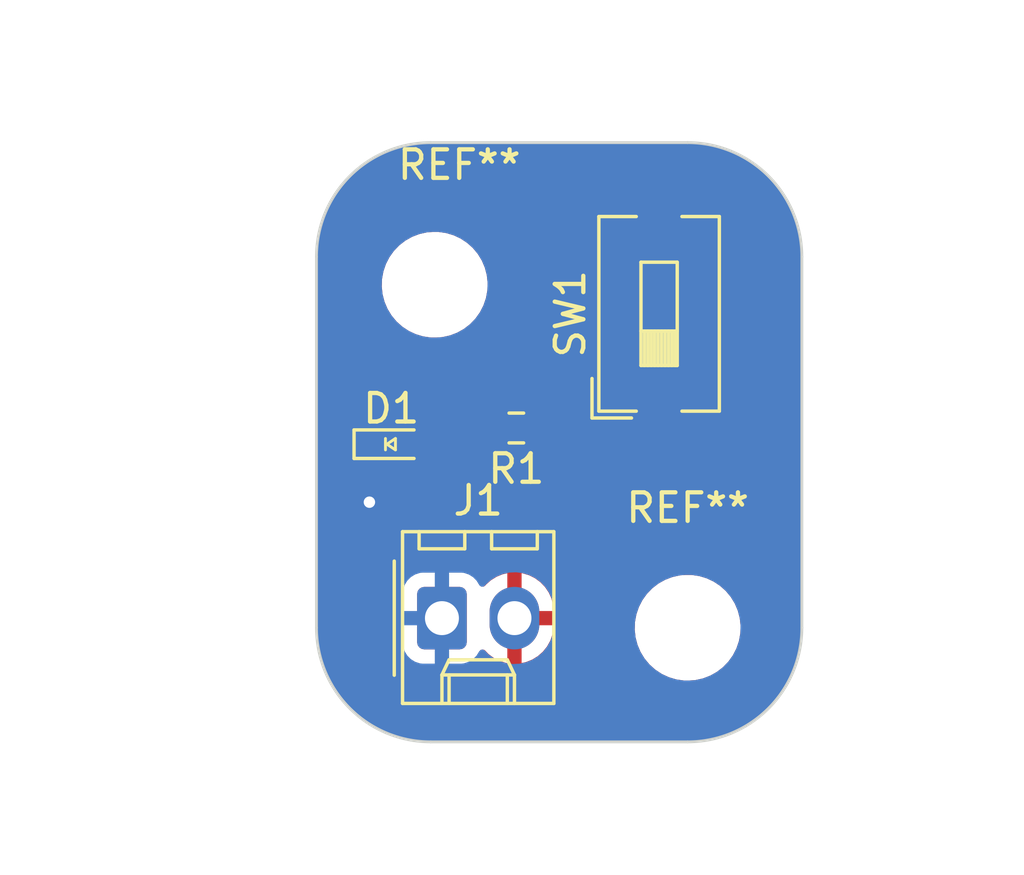
<source format=kicad_pcb>
(kicad_pcb (version 20221018) (generator pcbnew)
  (title_block (title "LED Project") (date "2022-08-16") (rev "1.0") (company "Illini Solar Car") (comment 1 "Designed By: Michael Xu"))
  (layers (0 "F.Cu" signal) (31 "B.Cu" signal) (34 "B.Paste" user) (35 "F.Paste" user) (36 "B.SilkS" user "B.Silkscreen") (37 "F.SilkS" user "F.Silkscreen") (38 "B.Mask" user) (39 "F.Mask" user) (44 "Edge.Cuts" user))
  (net 0 "")
  (net 1 "GND")
  (net 2 "Net-(D1-A)")
  (net 3 "+3V3")
  (net 4 "Net-(R1-Pad1)")
  (footprint "Resistor_SMD:R_0603_1608Metric_Pad0.98x0.95mm_HandSolder" (layer "F.Cu") (at 107 99 180)
    (fp_text reference "R1" (at 0 -1.43) (layer "F.SilkS"))
    (fp_text value "105")
    (fp_line (start -0.254724 -0.5225) (end 0.254724 -0.5225) (stroke (width 0.12)) (layer "F.SilkS"))
    (fp_line (start -0.254724 0.5225) (end 0.254724 0.5225) (stroke (width 0.12)) (layer "F.SilkS"))
    (pad "1" smd roundrect (at -0.9125 0 180) (size 0.975 0.95) (layers "F.Cu" "F.Paste" "F.Mask") (net 4 "Net-(R1-Pad1)"))
    (pad "2" smd roundrect (at 0.9125 0 180) (size 0.975 0.95) (layers "F.Cu" "F.Paste" "F.Mask") (net 2 "Net-(D1-A)"))
  )
  (footprint "MountingHole:MountingHole_3.2mm_M3" (layer "F.Cu") (at 113 106)
    (fp_text reference "REF**" (at 0 -4.2) (layer "F.SilkS"))
    (fp_text value "MountingHole_3.2mm_M3")
    (pad "" np_thru_hole circle (at 0 0) (size 3.2 3.2) (drill 3.2) (layers "F&B.Cu" "*.Mask"))
  )
  (footprint "Connector_Molex:Molex_KK-254_AE-6410-02A_1x02_P2.54mm_Vertical" (layer "F.Cu") (at 104.394 105.664)
    (fp_text reference "J1" (at 1.27 -4.12) (layer "F.SilkS"))
    (fp_text value "Conn_01x02")
    (fp_line (start -1.67 -2) (end -1.67 2) (stroke (width 0.12)) (layer "F.SilkS"))
    (fp_line (start -1.38 -3.03) (end -1.38 2.99) (stroke (width 0.12)) (layer "F.SilkS"))
    (fp_line (start -1.38 2.99) (end 3.92 2.99) (stroke (width 0.12)) (layer "F.SilkS"))
    (fp_line (start -0.8 -3.03) (end -0.8 -2.43) (stroke (width 0.12)) (layer "F.SilkS"))
    (fp_line (start -0.8 -2.43) (end 0.8 -2.43) (stroke (width 0.12)) (layer "F.SilkS"))
    (fp_line (start 0 1.99) (end 0.25 1.46) (stroke (width 0.12)) (layer "F.SilkS"))
    (fp_line (start 0 1.99) (end 2.54 1.99) (stroke (width 0.12)) (layer "F.SilkS"))
    (fp_line (start 0 2.99) (end 0 1.99) (stroke (width 0.12)) (layer "F.SilkS"))
    (fp_line (start 0.25 1.46) (end 2.29 1.46) (stroke (width 0.12)) (layer "F.SilkS"))
    (fp_line (start 0.25 2.99) (end 0.25 1.99) (stroke (width 0.12)) (layer "F.SilkS"))
    (fp_line (start 0.8 -2.43) (end 0.8 -3.03) (stroke (width 0.12)) (layer "F.SilkS"))
    (fp_line (start 1.74 -3.03) (end 1.74 -2.43) (stroke (width 0.12)) (layer "F.SilkS"))
    (fp_line (start 1.74 -2.43) (end 3.34 -2.43) (stroke (width 0.12)) (layer "F.SilkS"))
    (fp_line (start 2.29 1.46) (end 2.54 1.99) (stroke (width 0.12)) (layer "F.SilkS"))
    (fp_line (start 2.29 2.99) (end 2.29 1.99) (stroke (width 0.12)) (layer "F.SilkS"))
    (fp_line (start 2.54 1.99) (end 2.54 2.99) (stroke (width 0.12)) (layer "F.SilkS"))
    (fp_line (start 3.34 -2.43) (end 3.34 -3.03) (stroke (width 0.12)) (layer "F.SilkS"))
    (fp_line (start 3.92 -3.03) (end -1.38 -3.03) (stroke (width 0.12)) (layer "F.SilkS"))
    (fp_line (start 3.92 2.99) (end 3.92 -3.03) (stroke (width 0.12)) (layer "F.SilkS"))
    (pad "1" thru_hole roundrect (at 0 0) (size 1.74 2.19) (drill 1.19) (layers "*.Cu" "*.Mask") (roundrect_rratio 0.143678) (net 1 "GND"))
    (pad "2" thru_hole oval (at 2.54 0) (size 1.74 2.19) (drill 1.19) (layers "*.Cu" "*.Mask") (net 3 "+3V3"))
  )
  (footprint "MountingHole:MountingHole_3.2mm_M3" (layer "F.Cu") (at 104.14 93.98)
    (fp_text reference "REF**" (at 0.86 -4.2) (layer "F.SilkS"))
    (fp_text value "MountingHole_3.2mm_M3")
    (pad "" np_thru_hole circle (at 0 0) (size 3.2 3.2) (drill 3.2) (layers "*.Cu" "*.Mask"))
  )
  (footprint "Button_Switch_SMD:SW_DIP_SPSTx01_Slide_6.7x4.1mm_W8.61mm_P2.54mm_LowProfile" (layer "F.Cu") (at 112 95 90)
    (fp_text reference "SW1" (at 0 -3.11 90) (layer "F.SilkS"))
    (fp_text value "SW_Push")
    (fp_line (start -3.65 -2.35) (end -3.65 -0.967) (stroke (width 0.12)) (layer "F.SilkS"))
    (fp_line (start -3.65 -2.35) (end -2.267 -2.35) (stroke (width 0.12)) (layer "F.SilkS"))
    (fp_line (start -3.41 -2.11) (end -3.41 -0.8) (stroke (width 0.12)) (layer "F.SilkS"))
    (fp_line (start -3.41 -2.11) (end 3.41 -2.11) (stroke (width 0.12)) (layer "F.SilkS"))
    (fp_line (start -3.41 0.8) (end -3.41 2.11) (stroke (width 0.12)) (layer "F.SilkS"))
    (fp_line (start -3.41 2.11) (end 3.41 2.11) (stroke (width 0.12)) (layer "F.SilkS"))
    (fp_line (start -1.81 -0.635) (end -1.81 0.635) (stroke (width 0.12)) (layer "F.SilkS"))
    (fp_line (start -1.81 -0.515) (end -0.603333 -0.515) (stroke (width 0.12)) (layer "F.SilkS"))
    (fp_line (start -1.81 -0.395) (end -0.603333 -0.395) (stroke (width 0.12)) (layer "F.SilkS"))
    (fp_line (start -1.81 -0.275) (end -0.603333 -0.275) (stroke (width 0.12)) (layer "F.SilkS"))
    (fp_line (start -1.81 -0.155) (end -0.603333 -0.155) (stroke (width 0.12)) (layer "F.SilkS"))
    (fp_line (start -1.81 -0.035) (end -0.603333 -0.035) (stroke (width 0.12)) (layer "F.SilkS"))
    (fp_line (start -1.81 0.085) (end -0.603333 0.085) (stroke (width 0.12)) (layer "F.SilkS"))
    (fp_line (start -1.81 0.205) (end -0.603333 0.205) (stroke (width 0.12)) (layer "F.SilkS"))
    (fp_line (start -1.81 0.325) (end -0.603333 0.325) (stroke (width 0.12)) (layer "F.SilkS"))
    (fp_line (start -1.81 0.445) (end -0.603333 0.445) (stroke (width 0.12)) (layer "F.SilkS"))
    (fp_line (start -1.81 0.565) (end -0.603333 0.565) (stroke (width 0.12)) (layer "F.SilkS"))
    (fp_line (start -1.81 0.635) (end 1.81 0.635) (stroke (width 0.12)) (layer "F.SilkS"))
    (fp_line (start -0.603333 -0.635) (end -0.603333 0.635) (stroke (width 0.12)) (layer "F.SilkS"))
    (fp_line (start 1.81 -0.635) (end -1.81 -0.635) (stroke (width 0.12)) (layer "F.SilkS"))
    (fp_line (start 1.81 0.635) (end 1.81 -0.635) (stroke (width 0.12)) (layer "F.SilkS"))
    (fp_line (start 3.41 -2.11) (end 3.41 -0.8) (stroke (width 0.12)) (layer "F.SilkS"))
    (fp_line (start 3.41 0.8) (end 3.41 2.11) (stroke (width 0.12)) (layer "F.SilkS"))
    (pad "1" smd rect (at -4.305 0 90) (size 2.44 1.12) (layers "F.Cu" "F.Paste" "F.Mask") (net 3 "+3V3"))
    (pad "2" smd rect (at 4.305 0 90) (size 2.44 1.12) (layers "F.Cu" "F.Paste" "F.Mask") (net 4 "Net-(R1-Pad1)"))
  )
  (footprint "layout:LED_0603_Symbol_on_F.SilkS" (layer "F.Cu") (at 102.616 99.568)
    (fp_text reference "D1" (at 0 -1.25) (layer "F.SilkS"))
    (fp_text value "LED_RED")
    (fp_line (start -1.3 -0.5) (end -1.3 0.5) (stroke (width 0.12)) (layer "F.SilkS"))
    (fp_line (start -1.3 -0.5) (end 0.8 -0.5) (stroke (width 0.12)) (layer "F.SilkS"))
    (fp_line (start -1.3 0.5) (end 0.8 0.5) (stroke (width 0.12)) (layer "F.SilkS"))
    (fp_line (start -0.2 -0.2) (end -0.2 0.2) (stroke (width 0.1)) (layer "F.SilkS"))
    (fp_line (start -0.15 0) (end 0.15 -0.2) (stroke (width 0.1)) (layer "F.SilkS"))
    (fp_line (start 0.15 -0.2) (end 0.15 0.2) (stroke (width 0.1)) (layer "F.SilkS"))
    (fp_line (start 0.15 0.2) (end -0.15 0) (stroke (width 0.1)) (layer "F.SilkS"))
    (pad "1" smd rect (at -0.8 0 180) (size 0.8 0.8) (layers "F.Cu" "F.Paste" "F.Mask") (net 1 "GND"))
    (pad "2" smd rect (at 0.8 0 180) (size 0.8 0.8) (layers "F.Cu" "F.Paste" "F.Mask") (net 2 "Net-(D1-A)"))
  )
  (gr_line (start 113 89) (end 104 89) (stroke (width 0.1)) (layer "Edge.Cuts"))
  (gr_line (start 117 93) (end 117 106) (stroke (width 0.1)) (layer "Edge.Cuts"))
  (gr_line (start 113 110) (end 104 110) (stroke (width 0.1)) (layer "Edge.Cuts"))
  (gr_arc (start 113 89) (mid 115.828427 90.171573) (end 117 93) (stroke (width 0.1)) (layer "Edge.Cuts"))
  (gr_arc (start 104 110) (mid 101.171573 108.828427) (end 100 106) (stroke (width 0.1)) (layer "Edge.Cuts"))
  (gr_line (start 100 106) (end 100 93) (stroke (width 0.1)) (layer "Edge.Cuts"))
  (gr_arc (start 100 93) (mid 101.171573 90.171573) (end 104 89) (stroke (width 0.1)) (layer "Edge.Cuts"))
  (gr_arc (start 117 106) (mid 115.828427 108.828427) (end 113 110) (stroke (width 0.1)) (layer "Edge.Cuts"))
  (segment (start 101.816 101.562) (end 101.854 101.6) (width 0.25) (layer "F.Cu") (net 1))
  (segment (start 101.816 99.568) (end 101.816 101.562) (width 0.25) (layer "F.Cu") (net 1))
  (via (at 101.854 101.6) (size 0.8) (drill 0.4) (layers "F.Cu" "B.Cu") (net 1))
  (segment (start 104.962 99) (end 104.394 99.568) (width 0.25) (layer "F.Cu") (net 2))
  (segment (start 104.394 99.568) (end 103.416 99.568) (width 0.25) (layer "F.Cu") (net 2))
  (segment (start 106.0875 99) (end 104.962 99) (width 0.25) (layer "F.Cu") (net 2))
  (segment (start 108.712 97.282) (end 107.9125 98.0815) (width 0.25) (layer "F.Cu") (net 4))
  (segment (start 108.712 92.456) (end 108.712 97.282) (width 0.25) (layer "F.Cu") (net 4))
  (segment (start 107.9125 98.0815) (end 107.9125 99) (width 0.25) (layer "F.Cu") (net 4))
  (segment (start 112 90.695) (end 110.473 90.695) (width 0.25) (layer "F.Cu") (net 4))
  (segment (start 110.473 90.695) (end 108.712 92.456) (width 0.25) (layer "F.Cu") (net 4))
  (zone (net 3) (net_name "+3V3") (layer "F.Cu") (connect_pads (clearance 0.508)) (min_thickness 0.25) (fill yes (thermal_gap 0.5) (thermal_bridge_width 0.5))
    (polygon (pts (xy 99 85) (xy 118 85) (xy 118 114) (xy 99 114)))
  )
  (zone (net 1) (net_name "GND") (layer "B.Cu") (priority 1) (connect_pads (clearance 0.508)) (min_thickness 0.25) (fill yes (thermal_gap 0.5) (thermal_bridge_width 0.5))
    (polygon (pts (xy 98 87) (xy 119 87) (xy 119 111) (xy 98 111)))
  )
)
</source>
